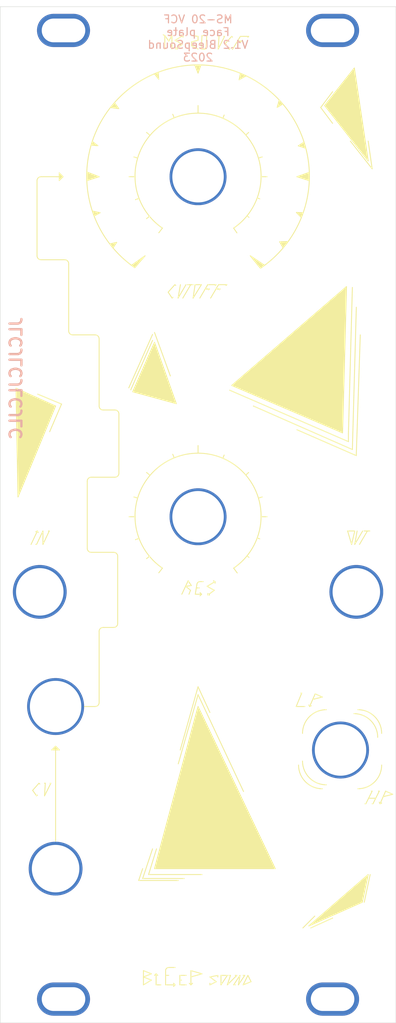
<source format=kicad_pcb>
(kicad_pcb (version 20211014) (generator pcbnew)
  (layers (0 "F.Cu" signal) (31 "B.Cu" signal) (34 "B.Paste" user) (35 "F.Paste" user) (36 "B.SilkS" user "B.Silkscreen") (37 "F.SilkS" user "F.Silkscreen") (38 "B.Mask" user) (39 "F.Mask" user) (44 "Edge.Cuts" user))
  (net 0 "")
  (net 1 "GND")
  (footprint "Synth:Doepfer Mounting hole" (layer "F.Cu") (at 111 30)
    (fp_text reference "H1" hide)
    (fp_text value "MountingHole_Pad")
    (pad "1" thru_hole oval locked (at 0 0) (size 6.7 4.2) (drill oval 5.5 3) (layers *.Cu *.Mask) (net 1 "GND"))
  )
  (footprint "Synth:Doepfer Mounting hole" (layer "F.Cu") (at 145 30)
    (fp_text reference "H2" hide)
    (fp_text value "MountingHole_Pad")
    (pad "1" thru_hole oval locked (at 0 0) (size 6.7 4.2) (drill oval 5.5 3) (layers *.Cu *.Mask) (net 1 "GND"))
  )
  (footprint "Synth:Doepfer Mounting hole" (layer "F.Cu") (at 145 152.5)
    (fp_text reference "H3" hide)
    (fp_text value "MountingHole_Pad")
    (pad "1" thru_hole oval locked (at 0 0) (size 6.7 4.2) (drill oval 5.5 3) (layers *.Cu *.Mask) (net 1 "GND"))
  )
  (footprint "Synth:Doepfer Mounting hole" (layer "F.Cu") (at 111 152.5)
    (fp_text reference "H4" hide)
    (fp_text value "MountingHole_Pad")
    (pad "1" thru_hole oval locked (at 0 0) (size 6.7 4.2) (drill oval 5.5 3) (layers *.Cu *.Mask) (net 1 "GND"))
  )
  (gr_line (start 122.1 149.3) (end 121.1 148.9) (layer "F.SilkS") (width 0.12))
  (gr_line (start 126.9 150.5) (end 127.1 150.7) (layer "F.SilkS") (width 0.12))
  (gr_line (start 131.7 149.5) (end 130.9 149.5) (layer "F.SilkS") (width 0.12))
  (gr_line (start 134.3 149.5) (end 134.7 150.3) (layer "F.SilkS") (width 0.12))
  (gr_arc (start 147.7 116.4) (mid 149.82132 117.27868) (end 150.7 119.4) (layer "F.SilkS") (width 0.12))
  (gr_arc (start 144.2 125.4) (mid 142.07868 124.52132) (end 141.2 122.4) (layer "F.SilkS") (width 0.12))
  (gr_arc (start 151.2 122.9) (mid 150.32132 125.02132) (end 148.2 125.9) (layer "F.SilkS") (width 0.12))
  (gr_arc (start 143.7 125.9) (mid 141.57868 125.02132) (end 140.7 122.9) (layer "F.SilkS") (width 0.12))
  (gr_arc (start 141.2 118.9) (mid 142.07868 116.77868) (end 144.2 115.9) (layer "F.SilkS") (width 0.12))
  (gr_arc (start 148.2 115.9) (mid 150.32132 116.77868) (end 151.2 118.9) (layer "F.SilkS") (width 0.12))
  (gr_line (start 107.7 93.3) (end 107.5 93.4) (layer "F.SilkS") (width 0.12))
  (gr_arc (start 115.999999 78.000001) (mid 115.646446 77.853554) (end 115.499999 77.500001) (layer "F.SilkS") (width 0.12))
  (gr_line (start 114.83 53.33) (end 115.58 53.05) (layer "F.SilkS") (width 0.12))
  (gr_line (start 131.35 30.75) (end 130.55 32.35) (layer "F.SilkS") (width 0.12))
  (gr_line (start 149.55 127.1) (end 150.4 127.1) (layer "F.SilkS") (width 0.12))
  (gr_poly (pts (xy 125.25 77.19732) (xy 119.75 75.69732) (xy 122.5 69.44732)) (layer "F.SilkS") (width 0.12) (fill solid))
  (gr_line (start 127.2 31.45) (end 127.2 31.95) (layer "F.SilkS") (width 0.12))
  (gr_line (start 129.25 101.4) (end 129.25 101.2) (layer "F.SilkS") (width 0.12))
  (gr_line (start 110.75 77.25) (end 109.25 80.75) (layer "F.SilkS") (width 0.12))
  (gr_line (start 151.7 126.2) (end 152.6 126.6) (layer "F.SilkS") (width 0.12))
  (gr_line (start 130.15 99.7) (end 129.15 100.3) (layer "F.SilkS") (width 0.12))
  (gr_line (start 149.2 127.8) (end 149.1 127.8) (layer "F.SilkS") (width 0.12))
  (gr_line (start 127.1 150.7) (end 127.1 150.5) (layer "F.SilkS") (width 0.12))
  (gr_line (start 128.45 101.3) (end 128.25 101.5) (layer "F.SilkS") (width 0.12))
  (gr_line (start 131.95 32.4) (end 132.05 32.25) (layer "F.SilkS") (width 0.12))
  (gr_line (start 128.5 149.3) (end 127.1 149.7) (layer "F.SilkS") (width 0.12))
  (gr_line (start 132.5 98) (end 132.95 98.61) (layer "F.SilkS") (width 0.12))
  (gr_poly (pts (xy 149.5 46.5) (xy 144 39.5) (xy 147.75 34.75)) (layer "F.SilkS") (width 0.12) (fill solid))
  (gr_line (start 148.1 93.3) (end 147.8 95) (layer "F.SilkS") (width 0.12))
  (gr_line (start 127.625 62.15) (end 128.425 62.15) (layer "F.SilkS") (width 0.12))
  (gr_line (start 126.1 30.65) (end 126.1 30.85) (layer "F.SilkS") (width 0.12))
  (gr_line (start 123.8 30.65) (end 123.8 32.35) (layer "F.SilkS") (width 0.12))
  (gr_line (start 117.5 86.5) (end 114.5 86.5) (layer "F.SilkS") (width 0.12))
  (gr_arc (start 120 60) (mid 128.066776 34.359917) (end 135.889781 60.075425) (layer "F.SilkS") (width 0.12))
  (gr_line (start 111.153553 59) (end 108.153553 59) (layer "F.SilkS") (width 0.12))
  (gr_arc (start 123.5 55) (mid 128 40.462851) (end 132.5 55) (layer "F.SilkS") (width 0.12))
  (gr_line (start 125.2 32.35) (end 125.4 32.35) (layer "F.SilkS") (width 0.12))
  (gr_line (start 122.5 68.19732) (end 124.5 73.69732) (layer "F.SilkS") (width 0.12))
  (gr_line (start 141.45 44.35) (end 140.67 44.59) (layer "F.SilkS") (width 0.12))
  (gr_line (start 110.453553 48.5) (end 108.153553 48.5) (layer "F.SilkS") (width 0.12))
  (gr_line (start 135.8 51.3) (end 135.49 51.19) (layer "F.SilkS") (width 0.12))
  (gr_line (start 129.15 100.3) (end 130.05 100.8) (layer "F.SilkS") (width 0.12))
  (gr_line (start 124.725 63.85) (end 124.825 63.75) (layer "F.SilkS") (width 0.12))
  (gr_line (start 146.9 93.3) (end 147.8 93.3) (layer "F.SilkS") (width 0.12))
  (gr_line (start 122.72 35.4) (end 123.03 36.16) (layer "F.SilkS") (width 0.12))
  (gr_line (start 133.3 149.5) (end 132.5 150.7) (layer "F.SilkS") (width 0.12))
  (gr_line (start 124.3 148.5) (end 125.1 148.5) (layer "F.SilkS") (width 0.12))
  (gr_poly (pts (xy 141.6 44.9) (xy 140.67 44.59) (xy 141.35 44.15)) (layer "F.SilkS") (width 0.12) (fill solid))
  (gr_line (start 112.153553 68.5) (end 115 68.5) (layer "F.SilkS") (width 0.12))
  (gr_line (start 124.225 63.1) (end 124.725 63.85) (layer "F.SilkS") (width 0.12))
  (gr_line (start 117.1 57.3) (end 117.72 56.8) (layer "F.SilkS") (width 0.12))
  (gr_line (start 117.346446 105.500001) (end 116 105.500001) (layer "F.SilkS") (width 0.12))
  (gr_line (start 133.9 149.5) (end 133.7 149.5) (layer "F.SilkS") (width 0.12))
  (gr_line (start 127.2 31.95) (end 128 32.35) (layer "F.SilkS") (width 0.12))
  (gr_line (start 125.2 32.35) (end 125.2 32.15) (layer "F.SilkS") (width 0.12))
  (gr_line (start 107.9 125.2) (end 107.1 126.1) (layer "F.SilkS") (width 0.12))
  (gr_line (start 141.2 53.3) (end 140.43 53.02) (layer "F.SilkS") (width 0.12))
  (gr_arc (start 118 86) (mid 117.853553 86.353553) (end 117.5 86.5) (layer "F.SilkS") (width 0.12))
  (gr_line (start 150 126.2) (end 149.9 126.2) (layer "F.SilkS") (width 0.12))
  (gr_line (start 127.05 100.8) (end 126.85 101.3) (layer "F.SilkS") (width 0.12))
  (gr_line (start 129.325 62.8) (end 129.425 62.7) (layer "F.SilkS") (width 0.12))
  (gr_line (start 133.1 150.7) (end 133.9 149.5) (layer "F.SilkS") (width 0.12))
  (gr_line (start 122.7 150.7) (end 123.3 150.7) (layer "F.SilkS") (width 0.12))
  (gr_line (start 129.225 62.15) (end 128.225 63.85) (layer "F.SilkS") (width 0.12))
  (gr_line (start 128 34.4) (end 128 35.4) (layer "F.SilkS") (width 0.12))
  (gr_line (start 114.57 44.34) (end 115.34 44.58) (layer "F.SilkS") (width 0.12))
  (gr_line (start 128.45 101.3) (end 128.25 101.1) (layer "F.SilkS") (width 0.12))
  (gr_line (start 147.4 95) (end 146.9 93.3) (layer "F.SilkS") (width 0.12))
  (gr_line (start 115.999999 78.000001) (end 117.5 78.000001) (layer "F.SilkS") (width 0.12))
  (gr_line (start 148 65) (end 147.5 83) (layer "F.SilkS") (width 0.12))
  (gr_line (start 124.7 30.65) (end 124.5 30.55) (layer "F.SilkS") (width 0.12))
  (gr_line (start 121.75 136.75) (end 128.5 136.75) (layer "F.SilkS") (width 0.12))
  (gr_line (start 141.1 113.8) (end 140.4 115.5) (layer "F.SilkS") (width 0.12))
  (gr_line (start 125.7 149.5) (end 126.5 149.5) (layer "F.SilkS") (width 0.12))
  (gr_line (start 127.2 30.65) (end 128 30.75) (layer "F.SilkS") (width 0.12))
  (gr_line (start 147.5 83) (end 135 77.5) (layer "F.SilkS") (width 0.12))
  (gr_line (start 134.3 149.5) (end 133.7 150.7) (layer "F.SilkS") (width 0.12))
  (gr_line (start 118 86) (end 118 78.500001) (layer "F.SilkS") (width 0.12))
  (gr_line (start 119.9 89) (end 120.36 89.14) (layer "F.SilkS") (width 0.12))
  (gr_line (start 107.6 95) (end 107.5 95) (layer "F.SilkS") (width 0.12))
  (gr_line (start 125.5 122.75) (end 128 114) (layer "F.SilkS") (width 0.12))
  (gr_line (start 125.775 62.15) (end 125.475 63.85) (layer "F.SilkS") (width 0.12))
  (gr_line (start 127.375 63.85) (end 127.625 62.15) (layer "F.SilkS") (width 0.12))
  (gr_line (start 130.05 100.8) (end 129.25 101.4) (layer "F.SilkS") (width 0.12))
  (gr_arc (start 115.5 115) (mid 115.353553 115.353553) (end 115 115.5) (layer "F.SilkS") (width 0.12))
  (gr_line (start 148 83.5) (end 147.99 83.77) (layer "F.SilkS") (width 0.12))
  (gr_line (start 120.5 137.5) (end 121 136) (layer "F.SilkS") (width 0.12))
  (gr_line (start 127.15 100.2) (end 126.45 100.3) (layer "F.SilkS") (width 0.12))
  (gr_line (start 107.6 126.8) (end 107.7 126.7) (layer "F.SilkS") (width 0.12))
  (gr_line (start 108.7 125.2) (end 108.6 126.8) (layer "F.SilkS") (width 0.12))
  (gr_line (start 130.15 99.7) (end 130.15 99.9) (layer "F.SilkS") (width 0.12))
  (gr_line (start 122.7 149.3) (end 122.7 150.7) (layer "F.SilkS") (width 0.12))
  (gr_line (start 149 93.3) (end 149.7 93.3) (layer "F.SilkS") (width 0.12))
  (gr_poly (pts (xy 137.75 136) (xy 122.5 136) (xy 128 115.5)) (layer "F.SilkS") (width 0.12) (fill solid))
  (gr_line (start 114 87) (end 114 95.5) (layer "F.SilkS") (width 0.12))
  (gr_line (start 121 137.25) (end 122.25 133.5) (layer "F.SilkS") (width 0.12))
  (gr_line (start 138.96 57.24) (end 138.31 56.73) (layer "F.SilkS") (width 0.12))
  (gr_line (start 124.7 30.65) (end 124.3 31.35) (layer "F.SilkS") (width 0.12))
  (gr_line (start 142.75 142) (end 141.25 143.5) (layer "F.SilkS") (width 0.12))
  (gr_line (start 120.1 51.4) (end 120.54 51.24) (layer "F.SilkS") (width 0.12))
  (gr_line (start 123.9 148.9) (end 123.9 150.7) (layer "F.SilkS") (width 0.12))
  (gr_line (start 134.39 42.9) (end 134.04 43.22) (layer "F.SilkS") (width 0.12))
  (gr_line (start 126.75 99.6) (end 127.15 100.2) (layer "F.SilkS") (width 0.12))
  (gr_line (start 129.225 62.15) (end 130.275 62.15) (layer "F.SilkS") (width 0.12))
  (gr_line (start 131.7 150.7) (end 132.9 149.5) (layer "F.SilkS") (width 0.12))
  (gr_line (start 129.5 149.7) (end 130.3 150.3) (layer "F.SilkS") (width 0.12))
  (gr_line (start 142.25 143.5) (end 145 142.25) (layer "F.SilkS") (width 0.12))
  (gr_line (start 124.3 31.35) (end 123.8 30.65) (layer "F.SilkS") (width 0.12))
  (gr_line (start 110 132.5) (end 110 121) (layer "F.SilkS") (width 0.12))
  (gr_line (start 134.43 96.64) (end 134.19 96.44) (layer "F.SilkS") (width 0.12))
  (gr_line (start 115.499999 77.500001) (end 115.499999 69.000001) (layer "F.SilkS") (width 0.12))
  (gr_line (start 122.75 133.5) (end 121.75 136.75) (layer "F.SilkS") (width 0.12))
  (gr_line (start 117.846446 105.000001) (end 117.846446 96.500001) (layer "F.SilkS") (width 0.12))
  (gr_line (start 128 83.461611) (end 128 82.5) (layer "F.SilkS") (width 0.12))
  (gr_line (start 132.5 150.7) (end 132.7 150.7) (layer "F.SilkS") (width 0.12))
  (gr_arc (start 115 68.5) (mid 115.353553 68.646447) (end 115.5 69) (layer "F.SilkS") (width 0.12))
  (gr_line (start 124.7 30.65) (end 124.7 32.35) (layer "F.SilkS") (width 0.12))
  (gr_line (start 132.9 149.5) (end 132.7 149.5) (layer "F.SilkS") (width 0.12))
  (gr_line (start 108.4 95) (end 109.2 93.3) (layer "F.SilkS") (width 0.12))
  (gr_poly (pts (xy 115.34 44.58) (xy 114.5 44.5) (xy 114.65 44.05)) (layer "F.SilkS") (width 0.12) (fill solid))
  (gr_line (start 127.1 150.7) (end 127.3 150.5) (layer "F.SilkS") (width 0.12))
  (gr_poly (pts (xy 138.75 57.5) (xy 138.31 56.73) (xy 139.35 56.7)) (layer "F.SilkS") (width 0.12) (fill solid))
  (gr_line (start 126.75 99.6) (end 125.95 101.3) (layer "F.SilkS") (width 0.12))
  (gr_line (start 150 126.2) (end 149.2 127.8) (layer "F.SilkS") (width 0.12))
  (gr_line (start 123.5 55) (end 123.04 55.59) (layer "F.SilkS") (width 0.12))
  (gr_line (start 120.1 94.4) (end 120.54 94.24) (layer "F.SilkS") (width 0.12))
  (gr_line (start 115.5 106.000001) (end 115.5 115) (layer "F.SilkS") (width 0.12))
  (gr_line (start 134.43 53.64) (end 134.19 53.44) (layer "F.SilkS") (width 0.12))
  (gr_line (start 149.5 44) (end 150 47.5) (layer "F.SilkS") (width 0.12))
  (gr_line (start 125.5 137.5) (end 120.5 137.5) (layer "F.SilkS") (width 0.12))
  (gr_line (start 151 127.8) (end 150.9 127.6) (layer "F.SilkS") (width 0.12))
  (gr_line (start 125.075 62.15) (end 125.175 62.25) (layer "F.SilkS") (width 0.12))
  (gr_line (start 122.25 68.44732) (end 119.25 75.19732) (layer "F.SilkS") (width 0.12))
  (gr_line (start 133.375 31.45) (end 133.475 31.35) (layer "F.SilkS") (width 0.12))
  (gr_line (start 121.5 96.8) (end 121.85 96.51) (layer "F.SilkS") (width 0.12))
  (gr_line (start 119.29 48.5) (end 120.061612 48.5) (layer "F.SilkS") (width 0.12))
  (gr_line (start 131.3 40.7) (end 131.14 41.08) (layer "F.SilkS") (width 0.12))
  (gr_line (start 108.4 93.3) (end 108.4 95) (layer "F.SilkS") (width 0.12))
  (gr_line (start 119.9 46) (end 120.36 46.14) (layer "F.SilkS") (width 0.12))
  (gr_arc (start 114.5 96) (mid 114.146447 95.853553) (end 114 95.5) (layer "F.SilkS") (width 0.12))
  (gr_poly (pts (xy 142.05 49) (xy 140.5 48.5) (xy 142.05 47.95)) (layer "F.SilkS") (width 0.12) (fill solid))
  (gr_line (start 136.1 46) (end 135.64 46.14) (layer "F.SilkS") (width 0.12))
  (gr_line (start 150 47.5) (end 147.25 44) (layer "F.SilkS") (width 0.12))
  (gr_line (start 130.65 30.75) (end 130.55 30.75) (layer "F.SilkS") (width 0.12))
  (gr_arc (start 117.5 78.000001) (mid 117.853553 78.146448) (end 118 78.500001) (layer "F.SilkS") (width 0.12))
  (gr_line (start 122.7 149.3) (end 122.9 149.5) (layer "F.SilkS") (width 0.12))
  (gr_line (start 121.1 148.9) (end 121.1 150.7) (layer "F.SilkS") (width 0.12))
  (gr_line (start 121.1 150.7) (end 122.1 150.1) (layer "F.SilkS") (width 0.12))
  (gr_line (start 131.45 31.65) (end 131.95 32.4) (layer "F.SilkS") (width 0.12))
  (gr_arc (start 108.153553 59) (mid 107.8 58.853553) (end 107.653553 58.5) (layer "F.SilkS") (width 0.12))
  (gr_line (start 107.7 93.3) (end 107.8 93.5) (layer "F.SilkS") (width 0.12))
  (gr_poly (pts (xy 123.03 36.16) (xy 122.5 35.5) (xy 122.95 35.3)) (layer "F.SilkS") (width 0.12) (fill solid))
  (gr_arc (start 111.153553 59) (mid 111.507106 59.146447) (end 111.653553 59.5) (layer "F.SilkS") (width 0.12))
  (gr_poly (pts (xy 138.7 39.3) (xy 138 39.73) (xy 138.25 38.85)) (layer "F.SilkS") (width 0.12) (fill solid))
  (gr_arc (start 107.653553 49) (mid 107.8 48.646447) (end 108.153553 48.5) (layer "F.SilkS") (width 0.12))
  (gr_line (start 133.35 30.75) (end 134.4 30.75) (layer "F.SilkS") (width 0.12))
  (gr_line (start 147.8 95) (end 148.8 93.3) (layer "F.SilkS") (width 0.12))
  (gr_line (start 131.35 30.75) (end 131.25 30.75) (layer "F.SilkS") (width 0.12))
  (gr_line (start 130.65 30.75) (end 130.55 32.35) (layer "F.SilkS") (width 0.12))
  (gr_line (start 150.9 126.2) (end 150.8 126.2) (layer "F.SilkS") (width 0.12))
  (gr_line (start 119.29 91.5) (end 120.061612 91.5) (layer "F.SilkS") (width 0.12))
  (gr_line (start 148.5 68.5) (end 148 83.5) (layer "F.SilkS") (width 0.12))
  (gr_arc (start 123.9 148.9) (mid 124.017157 148.617157) (end 124.3 148.5) (layer "F.SilkS") (width 0.12))
  (gr_line (start 125.75 121) (end 128 113) (layer "F.SilkS") (width 0.12))
  (gr_poly (pts (xy 117.98 39.89) (xy 116.95 39.75) (xy 117.45 39.15)) (layer "F.SilkS") (width 0.12) (fill solid))
  (gr_line (start 125.7 150.7) (end 126.5 150.7) (layer "F.SilkS") (width 0.12))
  (gr_line (start 127.65 101.3) (end 128.35 101.3) (layer "F.SilkS") (width 0.12))
  (gr_line (start 142.1 115.5) (end 142 115.3) (layer "F.SilkS") (width 0.12))
  (gr_line (start 129.5 150.7) (end 129.5 150.5) (layer "F.SilkS") (width 0.12))
  (gr_line (start 147 82) (end 132 75.5) (layer "F.SilkS") (width 0.12))
  (gr_line (start 114.5 96) (end 117.346447 96) (layer "F.SilkS") (width 0.12))
  (gr_line (start 142.05 48.5) (end 140.5 48.5) (layer "F.SilkS") (width 0.12))
  (gr_line (start 130.2625 62.7) (end 130.7875 62.7) (layer "F.SilkS") (width 0.12))
  (gr_line (start 132.1 149.5) (end 131.9 149.5) (layer "F.SilkS") (width 0.12))
  (gr_line (start 130.6875 62.8) (end 130.7875 62.7) (layer "F.SilkS") (width 0.12))
  (gr_line (start 134.3 30.85) (end 134.4 30.75) (layer "F.SilkS") (width 0.12))
  (gr_line (start 125.7 149.5) (end 125.7 150.7) (layer "F.SilkS") (width 0.12))
  (gr_line (start 123.5 98) (end 123.04 98.59) (layer "F.SilkS") (width 0.12))
  (gr_line (start 133.05 31.35) (end 133.475 31.35) (layer "F.SilkS") (width 0.12))
  (gr_line (start 123.9 150.7) (end 125.1 150.7) (layer "F.SilkS") (width 0.12))
  (gr_line (start 150.1 127.8) (end 150 127.8) (layer "F.SilkS") (width 0.12))
  (gr_line (start 152.6 126.6) (end 151.4 126.9) (layer "F.SilkS") (width 0.12))
  (gr_line (start 126.25 137.25) (end 121 137.25) (layer "F.SilkS") (width 0.12))
  (gr_line (start 130.3 150.3) (end 129.5 150.7) (layer "F.SilkS") (width 0.12))
  (gr_line (start 107.9 125.2) (end 108 125.3) (layer "F.SilkS") (width 0.12))
  (gr_line (start 143.7 114.3) (end 142.5 114.6) (layer "F.SilkS") (width 0.12))
  (gr_line (start 122.7 149.3) (end 122.5 149.5) (layer "F.SilkS") (width 0.12))
  (gr_line (start 138.6 39.19) (end 138 39.73) (layer "F.SilkS") (width 0.12))
  (gr_line (start 107.1 126.1) (end 107.6 126.8) (layer "F.SilkS") (width 0.12))
  (gr_poly (pts (xy 134.05 35.75) (xy 133.19 36.24) (xy 133.35 35.45)) (layer "F.SilkS") (width 0.12) (fill solid))
  (gr_line (start 141.1 113.8) (end 141 113.8) (layer "F.SilkS") (width 0.12))
  (gr_line (start 131.3 83.7) (end 131.14 84.08) (layer "F.SilkS") (width 0.12))
  (gr_arc (start 117.846446 105.000001) (mid 117.699999 105.353554) (end 117.346446 105.500001) (layer "F.SilkS") (width 0.12))
  (gr_line (start 127.1 148.9) (end 127.1 150.7) (layer "F.SilkS") (width 0.12))
  (gr_line (start 132.5 55) (end 132.91 55.6) (layer "F.SilkS") (width 0.12))
  (gr_line (start 125.075 62.15) (end 124.225 63.1) (layer "F.SilkS") (width 0.12))
  (gr_line (start 133.5 35.5) (end 133.19 36.24) (layer "F.SilkS") (width 0.12))
  (gr_line (start 125.475 63.85) (end 126.475 62.15) (layer "F.SilkS") (width 0.12))
  (gr_poly (pts (xy 136.4 59.7) (xy 135.889781 60.075425) (xy 134.6 58.5)) (layer "F.SilkS") (width 0.12) (fill solid))
  (gr_arc (start 123.5 98) (mid 128 83.462851) (end 132.5 98) (layer "F.SilkS") (width 0.12))
  (gr_line (start 129.1 30.65) (end 129 32.35) (layer "F.SilkS") (width 0.12))
  (gr_line (start 140.5 80.5) (end 147.99 83.77) (layer "F.SilkS") (width 0.12))
  (gr_line (start 125.7 150.1) (end 125.9 150.1) (layer "F.SilkS") (width 0.12))
  (gr_line (start 130.9 149.5) (end 130.9 150.7) (layer "F.SilkS") (width 0.12))
  (gr_arc (start 114 87) (mid 114.146447 86.646447) (end 114.5 86.5) (layer "F.SilkS") (width 0.12))
  (gr_line (start 126 31.75) (end 125.2 32.35) (layer "F.SilkS") (width 0.12))
  (gr_arc (start 117.346447 96) (mid 117.699999 96.146448) (end 117.846447 96.5) (layer "F.SilkS") (width 0.12))
  (gr_line (start 130.15 99.7) (end 129.95 99.6) (layer "F.SilkS") (width 0.12))
  (gr_line (start 109.4 125.2) (end 109.3 125.2) (layer "F.SilkS") (width 0.12))
  (gr_poly (pts (xy 148.75 140.25) (xy 142 143.25) (xy 149.5 136.75)) (layer "F.SilkS") (width 0.12) (fill solid))
  (gr_line (start 134.6 58.5) (end 135.889781 60.075425) (layer "F.SilkS") (width 0.12))
  (gr_line (start 128 31.25) (end 127.2 31.45) (layer "F.SilkS") (width 0.12))
  (gr_line (start 140.4 115.5) (end 141.5 115.5) (layer "F.SilkS") (width 0.12))
  (gr_poly (pts (xy 110.953553 48.5) (xy 110.453553 49) (xy 110.453553 48)) (layer "F.SilkS") (width 0.1) (fill solid))
  (gr_poly (pts (xy 141.25 53.05) (xy 141.05 53.65) (xy 140.43 53.02)) (layer "F.SilkS") (width 0.12) (fill solid))
  (gr_line (start 127.1 148.9) (end 128.5 149.3) (layer "F.SilkS") (width 0.12))
  (gr_line (start 127.85 100.5) (end 128.15 100.5) (layer "F.SilkS") (width 0.12))
  (gr_line (start 126.1 30.65) (end 125.1 31.25) (layer "F.SilkS") (width 0.12))
  (gr_line (start 121.5 42.9) (end 121.91 43.25) (layer "F.SilkS") (width 0.12))
  (gr_line (start 127.075 62.15) (end 126.075 63.85) (layer "F.SilkS") (width 0.12))
  (gr_line (start 147.8 93.3) (end 147.4 95) (layer "F.SilkS") (width 0.12))
  (gr_line (start 135.944194 48.5) (end 136.715806 48.5) (layer "F.SilkS") (width 0.12))
  (gr_line (start 124.8 40.6) (end 124.99 41.05) (layer "F.SilkS") (width 0.12))
  (gr_line (start 128 30.75) (end 128 31.25) (layer "F.SilkS") (width 0.12))
  (gr_line (start 128 113) (end 129.5 116.25) (layer "F.SilkS") (width 0.12))
  (gr_line (start 126.675 62.15) (end 127.375 62.15) (layer "F.SilkS") (width 0.12))
  (gr_line (start 128.25 99.7) (end 128.65 99.7) (layer "F.SilkS") (width 0.12))
  (gr_line (start 126.5 31.65) (end 126.9 31.65) (layer "F.SilkS") (width 0.12))
  (gr_line (start 135.944194 91.5) (end 136.715806 91.5) (layer "F.SilkS") (width 0.12))
  (gr_line (start 130.5 149.5) (end 129.5 149.7) (layer "F.SilkS") (width 0.12))
  (gr_line (start 131.5375 62.25) (end 131.6375 62.15) (layer "F.SilkS") (width 0.12))
  (gr_line (start 128.9 62.7) (end 129.425 62.7) (layer "F.SilkS") (width 0.12))
  (gr_line (start 129.25 101.4) (end 129.45 101.4) (layer "F.SilkS") (width 0.12))
  (gr_line (start 127.85 100.1) (end 127.65 101.3) (layer "F.SilkS") (width 0.12))
  (gr_line (start 107.6 95) (end 108.4 93.3) (layer "F.SilkS") (width 0.12))
  (gr_line (start 130.5 149.5) (end 130.5 149.7) (layer "F.SilkS") (width 0.12))
  (gr_poly (pts (xy 115.63 53.05) (xy 114.9 53.45) (xy 114.7 52.85)) (layer "F.SilkS") (width 0.12) (fill solid))
  (gr_poly (pts (xy 117.25 57.5) (xy 116.85 57) (xy 117.72 56.8)) (layer "F.SilkS") (width 0.12) (fill solid))
  (gr_line (start 128 40.461611) (end 128 39.5) (layer "F.SilkS") (width 0.12))
  (gr_poly (pts (xy 110 77.5) (xy 105.25 89) (xy 105 75.25)) (layer "F.SilkS") (width 0.12) (fill solid))
  (gr_poly (pts (xy 110.5 121) (xy 109.5 121) (xy 110 120.5)) (layer "F.SilkS") (width 0.1) (fill solid))
  (gr_line (start 149.75 136.75) (end 149 140.25) (layer "F.SilkS") (width 0.12))
  (gr_line (start 128.5 30.65) (end 129.1 30.65) (layer "F.SilkS") (width 0.12))
  (gr_line (start 132.25 30.75) (end 132.35 30.85) (layer "F.SilkS") (width 0.12))
  (gr_line (start 125.1 31.25) (end 126 31.75) (layer "F.SilkS") (width 0.12))
  (gr_line (start 107.75 76) (end 110.75 77.25) (layer "F.SilkS") (width 0.12))
  (gr_line (start 134.39 85.9) (end 134.04 86.22) (layer "F.SilkS") (width 0.12))
  (gr_line (start 115 115.5) (end 113.653554 115.5) (layer "F.SilkS") (width 0.12))
  (gr_line (start 135.8 94.3) (end 135.49 94.19) (layer "F.SilkS") (width 0.12))
  (gr_line (start 147.5 62.5) (end 147 81) (layer "F.SilkS") (width 0.12))
  (gr_poly (pts (xy 115.5 48.5) (xy 113.95 49) (xy 113.95 47.9)) (layer "F.SilkS") (width 0.12) (fill solid))
  (gr_line (start 128.4 32.35) (end 128.5 30.65) (layer "F.SilkS") (width 0.12))
  (gr_line (start 107.653553 49) (end 107.653553 58.5) (layer "F.SilkS") (width 0.12))
  (gr_line (start 133.35 30.75) (end 132.35 32.4) (layer "F.SilkS") (width 0.12))
  (gr_line (start 149.4 93.3) (end 148.4 95) (layer "F.SilkS") (width 0.12))
  (gr_poly (pts (xy 146.258621 80.896552) (xy 132.258621 74.896552) (xy 146.758621 62.396552)) (layer "F.SilkS") (width 0.12) (fill solid))
  (gr_line (start 113.95 48.5) (end 115.5 48.5) (layer "F.SilkS") (width 0.12))
  (gr_line (start 132.25 30.75) (end 131.45 31.65) (layer "F.SilkS") (width 0.12))
  (gr_line (start 132.1 149.5) (end 131.7 150.7) (layer "F.SilkS") (width 0.12))
  (gr_line (start 151.7 126.2) (end 151 127.8) (layer "F.SilkS") (width 0.12))
  (gr_line (start 121.5 53.8) (end 121.85 53.51) (layer "F.SilkS") (width 0.12))
  (gr_poly (pts (xy 128.35 34.4) (xy 128 35.4) (xy 127.6 34.4)) (layer "F.SilkS") (width 0.12) (fill solid))
  (gr_line (start 121.5 85.9) (end 121.91 86.25) (layer "F.SilkS") (width 0.12))
  (gr_line (start 120 60) (end 121.3 58.5) (layer "F.SilkS") (width 0.12))
  (gr_line (start 125.1 150.7) (end 124.9 150.5) (layer "F.SilkS") (width 0.12))
  (gr_line (start 126.1 30.65) (end 125.9 30.55) (layer "F.SilkS") (width 0.12))
  (gr_poly (pts (xy 120 60) (xy 119.6 59.7) (xy 121.3 58.5)) (layer "F.SilkS") (width 0.12) (fill solid))
  (gr_line (start 147 81) (end 147 82) (layer "F.SilkS") (width 0.12))
  (gr_line (start 122.1 150.1) (end 121.1 149.7) (layer "F.SilkS") (width 0.12))
  (gr_line (start 117.3 39.3) (end 117.98 39.89) (layer "F.SilkS") (width 0.12))
  (gr_line (start 109.4 125.2) (end 108.6 126.8) (layer "F.SilkS") (width 0.12))
  (gr_arc (start 115.5 106.000001) (mid 115.646447 105.646448) (end 116 105.500001) (layer "F.SilkS") (width 0.12))
  (gr_line (start 142.3 115.4) (end 142.1 115.5) (layer "F.SilkS") (width 0.12))
  (gr_line (start 151.2 127.7) (end 151 127.8) (layer "F.SilkS") (width 0.12))
  (gr_line (start 125.1 150.7) (end 124.9 150.9) (layer "F.SilkS") (width 0.12))
  (gr_line (start 142.8 113.9) (end 143.7 114.3) (layer "F.SilkS") (width 0.12))
  (gr_line (start 123.8 30.65) (end 123.6 30.55) (layer "F.SilkS") (width 0.12))
  (gr_line (start 150.9 126.2) (end 150.1 127.8) (layer "F.SilkS") (width 0.12))
  (gr_line (start 143.5 39.75) (end 145 41.75) (layer "F.SilkS") (width 0.12))
  (gr_line (start 123.9 149.5) (end 124.3 149.5) (layer "F.SilkS") (width 0.12))
  (gr_line (start 133.7 150.7) (end 134.7 150.3) (layer "F.SilkS") (width 0.12))
  (gr_line (start 130.5875 62.15) (end 131.6375 62.15) (layer "F.SilkS") (width 0.12))
  (gr_line (start 111.653553 59.5) (end 111.653553 68) (layer "F.SilkS") (width 0.12))
  (gr_line (start 145 37.75) (end 143.5 39.75) (layer "F.SilkS") (width 0.12))
  (gr_line (start 129 32.35) (end 128.4 32.35) (layer "F.SilkS") (width 0.12))
  (gr_line (start 126.45 100.3) (end 127.05 100.8) (layer "F.SilkS") (width 0.12))
  (gr_arc (start 127.85 100.1) (mid 127.967157 99.817157) (end 128.25 99.7) (layer "F.SilkS") (width 0.12))
  (gr_line (start 136.1 89) (end 135.64 89.14) (layer "F.SilkS") (width 0.12))
  (gr_line (start 133.3 149.5) (end 133.1 150.7) (layer "F.SilkS") (width 0.12))
  (gr_line (start 122.25 69.19732) (end 119.5 75.44732) (layer "F.SilkS") (width 0.12))
  (gr_line (start 130.175 62.25) (end 130.275 62.15) (layer "F.SilkS") (width 0.12))
  (gr_arc (start 112.153553 68.5) (mid 111.8 68.353553) (end 111.653553 68) (layer "F.SilkS") (width 0.12))
  (gr_line (start 124.8 83.6) (end 124.99 84.05) (layer "F.SilkS") (width 0.12))
  (gr_line (start 121.1 149.7) (end 122.1 149.3) (layer "F.SilkS") (width 0.12))
  (gr_line (start 142.8 113.9) (end 142.1 115.5) (layer "F.SilkS") (width 0.12))
  (gr_line (start 106.9 95) (end 107.7 93.3) (layer "F.SilkS") (width 0.12))
  (gr_line (start 109.2 93.3) (end 109.1 93.3) (layer "F.SilkS") (width 0.12))
  (gr_line (start 128.425 62.15) (end 127.375 63.85) (layer "F.SilkS") (width 0.12))
  (gr_line (start 130.9 150.7) (end 131.7 149.5) (layer "F.SilkS") (width 0.12))
  (gr_line (start 108.7 125.2) (end 108.6 125.2) (layer "F.SilkS") (width 0.12))
  (gr_line (start 128 114) (end 133.75 126.25) (layer "F.SilkS") (width 0.12))
  (gr_line (start 130.5875 62.15) (end 129.5875 63.85) (layer "F.SilkS") (width 0.12))
  (gr_line (start 153 27) (end 153 155.5) (layer "Edge.Cuts") (width 0.05))
  (gr_line (start 103 27) (end 102.999999 155.5) (layer "Edge.Cuts") (width 0.05))
  (gr_line (start 153 155.5) (end 102.999999 155.5) (layer "Edge.Cuts") (width 0.05))
  (gr_line (start 103 27) (end 153 27) (layer "Edge.Cuts") (width 0.05))
  (gr_text "JLCJLCJLCJLC" (at 105 74 -270) (layer "B.SilkS") (effects (font (size 1.5 1.5) (thickness 0.3)) (justify mirror)))
  (gr_text "MS-20 VCF\nFace plate\nV1.2 BleepSound\n2023" (at 128 31) (layer "B.SilkS") (effects (font (size 1 1)) (justify mirror)))
  (via (at 110 136) (size 6.8) (drill 6) (layers "F.Cu" "B.Cu") (net 1))
  (via (at 108 101) (size 6.8) (drill 6) (layers "F.Cu" "B.Cu") (net 1))
  (via (at 148 101) (size 6.8) (drill 6) (layers "F.Cu" "B.Cu") (net 1))
  (via (at 146 121) (size 7.2) (drill 6.5) (layers "F.Cu" "B.Cu") (net 1))
  (via (at 110 115.5) (size 7.2) (drill 6.5) (layers "F.Cu" "B.Cu") (net 1))
  (via (at 128 91.5) (size 7.2) (drill 6.5) (layers "F.Cu" "B.Cu") (net 1))
  (via (at 128 48.5) (size 7.2) (drill 6.5) (layers "F.Cu" "B.Cu") (net 1))
)
</source>
